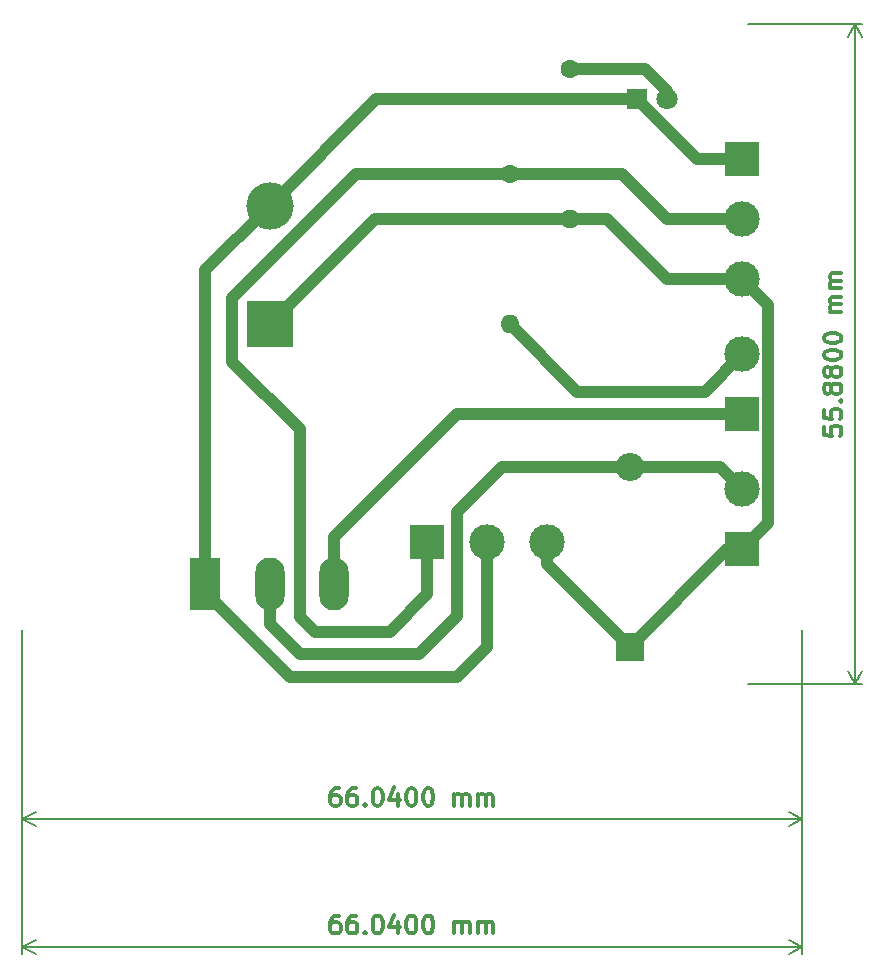
<source format=gtl>
%TF.GenerationSoftware,KiCad,Pcbnew,(6.0.9)*%
%TF.CreationDate,2022-12-04T21:19:42+11:00*%
%TF.ProjectId,Coilgun 1.3,436f696c-6775-46e2-9031-2e332e6b6963,1.3*%
%TF.SameCoordinates,Original*%
%TF.FileFunction,Copper,L1,Top*%
%TF.FilePolarity,Positive*%
%FSLAX46Y46*%
G04 Gerber Fmt 4.6, Leading zero omitted, Abs format (unit mm)*
G04 Created by KiCad (PCBNEW (6.0.9)) date 2022-12-04 21:19:42*
%MOMM*%
%LPD*%
G01*
G04 APERTURE LIST*
%ADD10C,0.300000*%
%TA.AperFunction,NonConductor*%
%ADD11C,0.300000*%
%TD*%
%TA.AperFunction,NonConductor*%
%ADD12C,0.200000*%
%TD*%
%TA.AperFunction,ComponentPad*%
%ADD13R,2.400000X2.400000*%
%TD*%
%TA.AperFunction,ComponentPad*%
%ADD14O,2.400000X2.400000*%
%TD*%
%TA.AperFunction,ComponentPad*%
%ADD15C,1.600000*%
%TD*%
%TA.AperFunction,ComponentPad*%
%ADD16O,1.600000X1.600000*%
%TD*%
%TA.AperFunction,ComponentPad*%
%ADD17R,1.800000X1.800000*%
%TD*%
%TA.AperFunction,ComponentPad*%
%ADD18C,1.800000*%
%TD*%
%TA.AperFunction,ComponentPad*%
%ADD19R,3.000000X3.000000*%
%TD*%
%TA.AperFunction,ComponentPad*%
%ADD20C,3.000000*%
%TD*%
%TA.AperFunction,ComponentPad*%
%ADD21R,4.000000X4.000000*%
%TD*%
%TA.AperFunction,ComponentPad*%
%ADD22C,4.000000*%
%TD*%
%TA.AperFunction,ComponentPad*%
%ADD23R,2.500000X4.500000*%
%TD*%
%TA.AperFunction,ComponentPad*%
%ADD24O,2.500000X4.500000*%
%TD*%
%TA.AperFunction,Conductor*%
%ADD25C,1.000000*%
%TD*%
G04 APERTURE END LIST*
D10*
D11*
X156345714Y-136443571D02*
X156060000Y-136443571D01*
X155917142Y-136515000D01*
X155845714Y-136586428D01*
X155702857Y-136800714D01*
X155631428Y-137086428D01*
X155631428Y-137657857D01*
X155702857Y-137800714D01*
X155774285Y-137872142D01*
X155917142Y-137943571D01*
X156202857Y-137943571D01*
X156345714Y-137872142D01*
X156417142Y-137800714D01*
X156488571Y-137657857D01*
X156488571Y-137300714D01*
X156417142Y-137157857D01*
X156345714Y-137086428D01*
X156202857Y-137015000D01*
X155917142Y-137015000D01*
X155774285Y-137086428D01*
X155702857Y-137157857D01*
X155631428Y-137300714D01*
X157774285Y-136443571D02*
X157488571Y-136443571D01*
X157345714Y-136515000D01*
X157274285Y-136586428D01*
X157131428Y-136800714D01*
X157060000Y-137086428D01*
X157060000Y-137657857D01*
X157131428Y-137800714D01*
X157202857Y-137872142D01*
X157345714Y-137943571D01*
X157631428Y-137943571D01*
X157774285Y-137872142D01*
X157845714Y-137800714D01*
X157917142Y-137657857D01*
X157917142Y-137300714D01*
X157845714Y-137157857D01*
X157774285Y-137086428D01*
X157631428Y-137015000D01*
X157345714Y-137015000D01*
X157202857Y-137086428D01*
X157131428Y-137157857D01*
X157060000Y-137300714D01*
X158560000Y-137800714D02*
X158631428Y-137872142D01*
X158560000Y-137943571D01*
X158488571Y-137872142D01*
X158560000Y-137800714D01*
X158560000Y-137943571D01*
X159560000Y-136443571D02*
X159702857Y-136443571D01*
X159845714Y-136515000D01*
X159917142Y-136586428D01*
X159988571Y-136729285D01*
X160060000Y-137015000D01*
X160060000Y-137372142D01*
X159988571Y-137657857D01*
X159917142Y-137800714D01*
X159845714Y-137872142D01*
X159702857Y-137943571D01*
X159560000Y-137943571D01*
X159417142Y-137872142D01*
X159345714Y-137800714D01*
X159274285Y-137657857D01*
X159202857Y-137372142D01*
X159202857Y-137015000D01*
X159274285Y-136729285D01*
X159345714Y-136586428D01*
X159417142Y-136515000D01*
X159560000Y-136443571D01*
X161345714Y-136943571D02*
X161345714Y-137943571D01*
X160988571Y-136372142D02*
X160631428Y-137443571D01*
X161560000Y-137443571D01*
X162417142Y-136443571D02*
X162560000Y-136443571D01*
X162702857Y-136515000D01*
X162774285Y-136586428D01*
X162845714Y-136729285D01*
X162917142Y-137015000D01*
X162917142Y-137372142D01*
X162845714Y-137657857D01*
X162774285Y-137800714D01*
X162702857Y-137872142D01*
X162560000Y-137943571D01*
X162417142Y-137943571D01*
X162274285Y-137872142D01*
X162202857Y-137800714D01*
X162131428Y-137657857D01*
X162060000Y-137372142D01*
X162060000Y-137015000D01*
X162131428Y-136729285D01*
X162202857Y-136586428D01*
X162274285Y-136515000D01*
X162417142Y-136443571D01*
X163845714Y-136443571D02*
X163988571Y-136443571D01*
X164131428Y-136515000D01*
X164202857Y-136586428D01*
X164274285Y-136729285D01*
X164345714Y-137015000D01*
X164345714Y-137372142D01*
X164274285Y-137657857D01*
X164202857Y-137800714D01*
X164131428Y-137872142D01*
X163988571Y-137943571D01*
X163845714Y-137943571D01*
X163702857Y-137872142D01*
X163631428Y-137800714D01*
X163560000Y-137657857D01*
X163488571Y-137372142D01*
X163488571Y-137015000D01*
X163560000Y-136729285D01*
X163631428Y-136586428D01*
X163702857Y-136515000D01*
X163845714Y-136443571D01*
X166131428Y-137943571D02*
X166131428Y-136943571D01*
X166131428Y-137086428D02*
X166202857Y-137015000D01*
X166345714Y-136943571D01*
X166560000Y-136943571D01*
X166702857Y-137015000D01*
X166774285Y-137157857D01*
X166774285Y-137943571D01*
X166774285Y-137157857D02*
X166845714Y-137015000D01*
X166988571Y-136943571D01*
X167202857Y-136943571D01*
X167345714Y-137015000D01*
X167417142Y-137157857D01*
X167417142Y-137943571D01*
X168131428Y-137943571D02*
X168131428Y-136943571D01*
X168131428Y-137086428D02*
X168202857Y-137015000D01*
X168345714Y-136943571D01*
X168560000Y-136943571D01*
X168702857Y-137015000D01*
X168774285Y-137157857D01*
X168774285Y-137943571D01*
X168774285Y-137157857D02*
X168845714Y-137015000D01*
X168988571Y-136943571D01*
X169202857Y-136943571D01*
X169345714Y-137015000D01*
X169417142Y-137157857D01*
X169417142Y-137943571D01*
D12*
X195580000Y-112260000D02*
X195580000Y-139651420D01*
X129540000Y-112260000D02*
X129540000Y-139651420D01*
X195580000Y-139065000D02*
X129540000Y-139065000D01*
X195580000Y-139065000D02*
X129540000Y-139065000D01*
X195580000Y-139065000D02*
X194453496Y-138478579D01*
X195580000Y-139065000D02*
X194453496Y-139651421D01*
X129540000Y-139065000D02*
X130666504Y-139651421D01*
X129540000Y-139065000D02*
X130666504Y-138478579D01*
D10*
D11*
X197403571Y-95042857D02*
X197403571Y-95757142D01*
X198117857Y-95828571D01*
X198046428Y-95757142D01*
X197975000Y-95614285D01*
X197975000Y-95257142D01*
X198046428Y-95114285D01*
X198117857Y-95042857D01*
X198260714Y-94971428D01*
X198617857Y-94971428D01*
X198760714Y-95042857D01*
X198832142Y-95114285D01*
X198903571Y-95257142D01*
X198903571Y-95614285D01*
X198832142Y-95757142D01*
X198760714Y-95828571D01*
X197403571Y-93614285D02*
X197403571Y-94328571D01*
X198117857Y-94400000D01*
X198046428Y-94328571D01*
X197975000Y-94185714D01*
X197975000Y-93828571D01*
X198046428Y-93685714D01*
X198117857Y-93614285D01*
X198260714Y-93542857D01*
X198617857Y-93542857D01*
X198760714Y-93614285D01*
X198832142Y-93685714D01*
X198903571Y-93828571D01*
X198903571Y-94185714D01*
X198832142Y-94328571D01*
X198760714Y-94400000D01*
X198760714Y-92900000D02*
X198832142Y-92828571D01*
X198903571Y-92900000D01*
X198832142Y-92971428D01*
X198760714Y-92900000D01*
X198903571Y-92900000D01*
X198046428Y-91971428D02*
X197975000Y-92114285D01*
X197903571Y-92185714D01*
X197760714Y-92257142D01*
X197689285Y-92257142D01*
X197546428Y-92185714D01*
X197475000Y-92114285D01*
X197403571Y-91971428D01*
X197403571Y-91685714D01*
X197475000Y-91542857D01*
X197546428Y-91471428D01*
X197689285Y-91400000D01*
X197760714Y-91400000D01*
X197903571Y-91471428D01*
X197975000Y-91542857D01*
X198046428Y-91685714D01*
X198046428Y-91971428D01*
X198117857Y-92114285D01*
X198189285Y-92185714D01*
X198332142Y-92257142D01*
X198617857Y-92257142D01*
X198760714Y-92185714D01*
X198832142Y-92114285D01*
X198903571Y-91971428D01*
X198903571Y-91685714D01*
X198832142Y-91542857D01*
X198760714Y-91471428D01*
X198617857Y-91400000D01*
X198332142Y-91400000D01*
X198189285Y-91471428D01*
X198117857Y-91542857D01*
X198046428Y-91685714D01*
X198046428Y-90542857D02*
X197975000Y-90685714D01*
X197903571Y-90757142D01*
X197760714Y-90828571D01*
X197689285Y-90828571D01*
X197546428Y-90757142D01*
X197475000Y-90685714D01*
X197403571Y-90542857D01*
X197403571Y-90257142D01*
X197475000Y-90114285D01*
X197546428Y-90042857D01*
X197689285Y-89971428D01*
X197760714Y-89971428D01*
X197903571Y-90042857D01*
X197975000Y-90114285D01*
X198046428Y-90257142D01*
X198046428Y-90542857D01*
X198117857Y-90685714D01*
X198189285Y-90757142D01*
X198332142Y-90828571D01*
X198617857Y-90828571D01*
X198760714Y-90757142D01*
X198832142Y-90685714D01*
X198903571Y-90542857D01*
X198903571Y-90257142D01*
X198832142Y-90114285D01*
X198760714Y-90042857D01*
X198617857Y-89971428D01*
X198332142Y-89971428D01*
X198189285Y-90042857D01*
X198117857Y-90114285D01*
X198046428Y-90257142D01*
X197403571Y-89042857D02*
X197403571Y-88900000D01*
X197475000Y-88757142D01*
X197546428Y-88685714D01*
X197689285Y-88614285D01*
X197975000Y-88542857D01*
X198332142Y-88542857D01*
X198617857Y-88614285D01*
X198760714Y-88685714D01*
X198832142Y-88757142D01*
X198903571Y-88900000D01*
X198903571Y-89042857D01*
X198832142Y-89185714D01*
X198760714Y-89257142D01*
X198617857Y-89328571D01*
X198332142Y-89400000D01*
X197975000Y-89400000D01*
X197689285Y-89328571D01*
X197546428Y-89257142D01*
X197475000Y-89185714D01*
X197403571Y-89042857D01*
X197403571Y-87614285D02*
X197403571Y-87471428D01*
X197475000Y-87328571D01*
X197546428Y-87257142D01*
X197689285Y-87185714D01*
X197975000Y-87114285D01*
X198332142Y-87114285D01*
X198617857Y-87185714D01*
X198760714Y-87257142D01*
X198832142Y-87328571D01*
X198903571Y-87471428D01*
X198903571Y-87614285D01*
X198832142Y-87757142D01*
X198760714Y-87828571D01*
X198617857Y-87900000D01*
X198332142Y-87971428D01*
X197975000Y-87971428D01*
X197689285Y-87900000D01*
X197546428Y-87828571D01*
X197475000Y-87757142D01*
X197403571Y-87614285D01*
X198903571Y-85328571D02*
X197903571Y-85328571D01*
X198046428Y-85328571D02*
X197975000Y-85257142D01*
X197903571Y-85114285D01*
X197903571Y-84900000D01*
X197975000Y-84757142D01*
X198117857Y-84685714D01*
X198903571Y-84685714D01*
X198117857Y-84685714D02*
X197975000Y-84614285D01*
X197903571Y-84471428D01*
X197903571Y-84257142D01*
X197975000Y-84114285D01*
X198117857Y-84042857D01*
X198903571Y-84042857D01*
X198903571Y-83328571D02*
X197903571Y-83328571D01*
X198046428Y-83328571D02*
X197975000Y-83257142D01*
X197903571Y-83114285D01*
X197903571Y-82900000D01*
X197975000Y-82757142D01*
X198117857Y-82685714D01*
X198903571Y-82685714D01*
X198117857Y-82685714D02*
X197975000Y-82614285D01*
X197903571Y-82471428D01*
X197903571Y-82257142D01*
X197975000Y-82114285D01*
X198117857Y-82042857D01*
X198903571Y-82042857D01*
D12*
X191000000Y-116840000D02*
X200611420Y-116840000D01*
X191000000Y-60960000D02*
X200611420Y-60960000D01*
X200025000Y-116840000D02*
X200025000Y-60960000D01*
X200025000Y-116840000D02*
X200025000Y-60960000D01*
X200025000Y-116840000D02*
X200611421Y-115713496D01*
X200025000Y-116840000D02*
X199438579Y-115713496D01*
X200025000Y-60960000D02*
X199438579Y-62086504D01*
X200025000Y-60960000D02*
X200611421Y-62086504D01*
D10*
D11*
X156345714Y-125648571D02*
X156060000Y-125648571D01*
X155917142Y-125720000D01*
X155845714Y-125791428D01*
X155702857Y-126005714D01*
X155631428Y-126291428D01*
X155631428Y-126862857D01*
X155702857Y-127005714D01*
X155774285Y-127077142D01*
X155917142Y-127148571D01*
X156202857Y-127148571D01*
X156345714Y-127077142D01*
X156417142Y-127005714D01*
X156488571Y-126862857D01*
X156488571Y-126505714D01*
X156417142Y-126362857D01*
X156345714Y-126291428D01*
X156202857Y-126220000D01*
X155917142Y-126220000D01*
X155774285Y-126291428D01*
X155702857Y-126362857D01*
X155631428Y-126505714D01*
X157774285Y-125648571D02*
X157488571Y-125648571D01*
X157345714Y-125720000D01*
X157274285Y-125791428D01*
X157131428Y-126005714D01*
X157060000Y-126291428D01*
X157060000Y-126862857D01*
X157131428Y-127005714D01*
X157202857Y-127077142D01*
X157345714Y-127148571D01*
X157631428Y-127148571D01*
X157774285Y-127077142D01*
X157845714Y-127005714D01*
X157917142Y-126862857D01*
X157917142Y-126505714D01*
X157845714Y-126362857D01*
X157774285Y-126291428D01*
X157631428Y-126220000D01*
X157345714Y-126220000D01*
X157202857Y-126291428D01*
X157131428Y-126362857D01*
X157060000Y-126505714D01*
X158560000Y-127005714D02*
X158631428Y-127077142D01*
X158560000Y-127148571D01*
X158488571Y-127077142D01*
X158560000Y-127005714D01*
X158560000Y-127148571D01*
X159560000Y-125648571D02*
X159702857Y-125648571D01*
X159845714Y-125720000D01*
X159917142Y-125791428D01*
X159988571Y-125934285D01*
X160060000Y-126220000D01*
X160060000Y-126577142D01*
X159988571Y-126862857D01*
X159917142Y-127005714D01*
X159845714Y-127077142D01*
X159702857Y-127148571D01*
X159560000Y-127148571D01*
X159417142Y-127077142D01*
X159345714Y-127005714D01*
X159274285Y-126862857D01*
X159202857Y-126577142D01*
X159202857Y-126220000D01*
X159274285Y-125934285D01*
X159345714Y-125791428D01*
X159417142Y-125720000D01*
X159560000Y-125648571D01*
X161345714Y-126148571D02*
X161345714Y-127148571D01*
X160988571Y-125577142D02*
X160631428Y-126648571D01*
X161560000Y-126648571D01*
X162417142Y-125648571D02*
X162560000Y-125648571D01*
X162702857Y-125720000D01*
X162774285Y-125791428D01*
X162845714Y-125934285D01*
X162917142Y-126220000D01*
X162917142Y-126577142D01*
X162845714Y-126862857D01*
X162774285Y-127005714D01*
X162702857Y-127077142D01*
X162560000Y-127148571D01*
X162417142Y-127148571D01*
X162274285Y-127077142D01*
X162202857Y-127005714D01*
X162131428Y-126862857D01*
X162060000Y-126577142D01*
X162060000Y-126220000D01*
X162131428Y-125934285D01*
X162202857Y-125791428D01*
X162274285Y-125720000D01*
X162417142Y-125648571D01*
X163845714Y-125648571D02*
X163988571Y-125648571D01*
X164131428Y-125720000D01*
X164202857Y-125791428D01*
X164274285Y-125934285D01*
X164345714Y-126220000D01*
X164345714Y-126577142D01*
X164274285Y-126862857D01*
X164202857Y-127005714D01*
X164131428Y-127077142D01*
X163988571Y-127148571D01*
X163845714Y-127148571D01*
X163702857Y-127077142D01*
X163631428Y-127005714D01*
X163560000Y-126862857D01*
X163488571Y-126577142D01*
X163488571Y-126220000D01*
X163560000Y-125934285D01*
X163631428Y-125791428D01*
X163702857Y-125720000D01*
X163845714Y-125648571D01*
X166131428Y-127148571D02*
X166131428Y-126148571D01*
X166131428Y-126291428D02*
X166202857Y-126220000D01*
X166345714Y-126148571D01*
X166560000Y-126148571D01*
X166702857Y-126220000D01*
X166774285Y-126362857D01*
X166774285Y-127148571D01*
X166774285Y-126362857D02*
X166845714Y-126220000D01*
X166988571Y-126148571D01*
X167202857Y-126148571D01*
X167345714Y-126220000D01*
X167417142Y-126362857D01*
X167417142Y-127148571D01*
X168131428Y-127148571D02*
X168131428Y-126148571D01*
X168131428Y-126291428D02*
X168202857Y-126220000D01*
X168345714Y-126148571D01*
X168560000Y-126148571D01*
X168702857Y-126220000D01*
X168774285Y-126362857D01*
X168774285Y-127148571D01*
X168774285Y-126362857D02*
X168845714Y-126220000D01*
X168988571Y-126148571D01*
X169202857Y-126148571D01*
X169345714Y-126220000D01*
X169417142Y-126362857D01*
X169417142Y-127148571D01*
D12*
X195580000Y-113530000D02*
X195580000Y-128856420D01*
X129540000Y-113530000D02*
X129540000Y-128856420D01*
X195580000Y-128270000D02*
X129540000Y-128270000D01*
X195580000Y-128270000D02*
X129540000Y-128270000D01*
X195580000Y-128270000D02*
X194453496Y-127683579D01*
X195580000Y-128270000D02*
X194453496Y-128856421D01*
X129540000Y-128270000D02*
X130666504Y-128856421D01*
X129540000Y-128270000D02*
X130666504Y-127683579D01*
D13*
%TO.P,D3,1,K*%
%TO.N,/+390v*%
X180975000Y-113665000D03*
D14*
%TO.P,D3,2,A*%
%TO.N,/Coil-*%
X180975000Y-98425000D03*
%TD*%
D15*
%TO.P,R1,1*%
%TO.N,/+5V*%
X170815000Y-73660000D03*
D16*
%TO.P,R1,2*%
%TO.N,Net-(J3-Pad2)*%
X170815000Y-86360000D03*
%TD*%
D17*
%TO.P,D1,1,K*%
%TO.N,/GND*%
X181605000Y-67310000D03*
D18*
%TO.P,D1,2,A*%
%TO.N,Net-(D1-Pad2)*%
X184145000Y-67310000D03*
%TD*%
D19*
%TO.P,J1,1,Pin_1*%
%TO.N,/GND*%
X190500000Y-72390000D03*
D20*
%TO.P,J1,2,Pin_2*%
%TO.N,/+5V*%
X190500000Y-77470000D03*
%TO.P,J1,3,Pin_3*%
%TO.N,/+390v*%
X190500000Y-82550000D03*
%TD*%
D15*
%TO.P,R2,1*%
%TO.N,Net-(D1-Pad2)*%
X175895000Y-64770000D03*
D16*
%TO.P,R2,2*%
%TO.N,/+390v*%
X175895000Y-77470000D03*
%TD*%
D19*
%TO.P,J3,1,Pin_1*%
%TO.N,Net-(D2-Pad3)*%
X190500000Y-93980000D03*
D20*
%TO.P,J3,2,Pin_2*%
%TO.N,Net-(J3-Pad2)*%
X190500000Y-88900000D03*
%TD*%
%TO.P,J4,2,Pin_2*%
%TO.N,/Coil-*%
X190500000Y-100330000D03*
D19*
%TO.P,J4,1,Pin_1*%
%TO.N,/+390v*%
X190500000Y-105410000D03*
%TD*%
D21*
%TO.P,C1,1*%
%TO.N,/+390v*%
X150495000Y-86345499D03*
D22*
%TO.P,C1,2*%
%TO.N,/GND*%
X150495000Y-76345499D03*
%TD*%
D23*
%TO.P,D2,1,K*%
%TO.N,/GND*%
X145045000Y-108405000D03*
D24*
%TO.P,D2,2,A*%
%TO.N,/Coil-*%
X150495000Y-108405000D03*
%TO.P,D2,3,G*%
%TO.N,Net-(D2-Pad3)*%
X155945000Y-108405000D03*
%TD*%
D19*
%TO.P,J2,1,Pin_1*%
%TO.N,/+5V*%
X163830000Y-104775000D03*
D20*
%TO.P,J2,2,Pin_2*%
%TO.N,/GND*%
X168910000Y-104775000D03*
%TO.P,J2,3,Pin_3*%
%TO.N,/+390v*%
X173990000Y-104775000D03*
%TD*%
D25*
%TO.N,/GND*%
X168910000Y-113665000D02*
X168910000Y-104775000D01*
X166370000Y-116205000D02*
X168910000Y-113665000D01*
X152210000Y-116205000D02*
X166370000Y-116205000D01*
X145045000Y-109040000D02*
X152210000Y-116205000D01*
X145045000Y-81795499D02*
X145045000Y-109040000D01*
X150495000Y-76345499D02*
X145045000Y-81795499D01*
%TO.N,/+390v*%
X173990000Y-106680000D02*
X180975000Y-113665000D01*
X173990000Y-104775000D02*
X173990000Y-106680000D01*
%TO.N,/+5V*%
X163830000Y-109220000D02*
X163830000Y-104775000D01*
X154305000Y-112395000D02*
X160655000Y-112395000D01*
X153035000Y-111125000D02*
X154305000Y-112395000D01*
X147320000Y-89535000D02*
X153035000Y-95250000D01*
X153035000Y-95250000D02*
X153035000Y-111125000D01*
X160655000Y-112395000D02*
X163830000Y-109220000D01*
X157780499Y-73660000D02*
X147320000Y-84120499D01*
X147320000Y-84120499D02*
X147320000Y-89535000D01*
X184150000Y-77470000D02*
X180340000Y-73660000D01*
X190500000Y-77470000D02*
X184150000Y-77470000D01*
X180340000Y-73660000D02*
X157780499Y-73660000D01*
%TO.N,/Coil-*%
X170180000Y-98425000D02*
X180975000Y-98425000D01*
X166370000Y-102235000D02*
X170180000Y-98425000D01*
X166370000Y-111080000D02*
X166370000Y-102235000D01*
X150495000Y-111760000D02*
X153035000Y-114300000D01*
X153035000Y-114300000D02*
X163150000Y-114300000D01*
X163150000Y-114300000D02*
X166370000Y-111080000D01*
X150495000Y-108405000D02*
X150495000Y-111760000D01*
%TO.N,Net-(D2-Pad3)*%
X155945000Y-104405000D02*
X155945000Y-109040000D01*
X166370000Y-93980000D02*
X155945000Y-104405000D01*
X190500000Y-93980000D02*
X166370000Y-93980000D01*
%TO.N,Net-(J3-Pad2)*%
X187325000Y-92075000D02*
X190500000Y-88900000D01*
X176530000Y-92075000D02*
X187325000Y-92075000D01*
X170815000Y-86360000D02*
X176530000Y-92075000D01*
%TO.N,/+390v*%
X159370499Y-77470000D02*
X150495000Y-86345499D01*
X179070000Y-77470000D02*
X159370499Y-77470000D01*
X184150000Y-82550000D02*
X179070000Y-77470000D01*
X190500000Y-82550000D02*
X184150000Y-82550000D01*
%TO.N,Net-(D1-Pad2)*%
X184145000Y-66650000D02*
X182265000Y-64770000D01*
X182265000Y-64770000D02*
X175895000Y-64770000D01*
X184145000Y-67310000D02*
X184145000Y-66650000D01*
%TO.N,/GND*%
X181605000Y-67310000D02*
X186685000Y-72390000D01*
X159530499Y-67310000D02*
X181605000Y-67310000D01*
X186685000Y-72390000D02*
X190500000Y-72390000D01*
X150495000Y-76345499D02*
X159530499Y-67310000D01*
%TO.N,/+390v*%
X192700000Y-103210000D02*
X190500000Y-105410000D01*
X192700000Y-84750000D02*
X192700000Y-103210000D01*
X190500000Y-82550000D02*
X192700000Y-84750000D01*
%TO.N,/Coil-*%
X188595000Y-98425000D02*
X180975000Y-98425000D01*
X190500000Y-100330000D02*
X188595000Y-98425000D01*
%TO.N,/+390v*%
X189230000Y-105410000D02*
X190500000Y-105410000D01*
X180975000Y-113665000D02*
X189230000Y-105410000D01*
%TD*%
M02*

</source>
